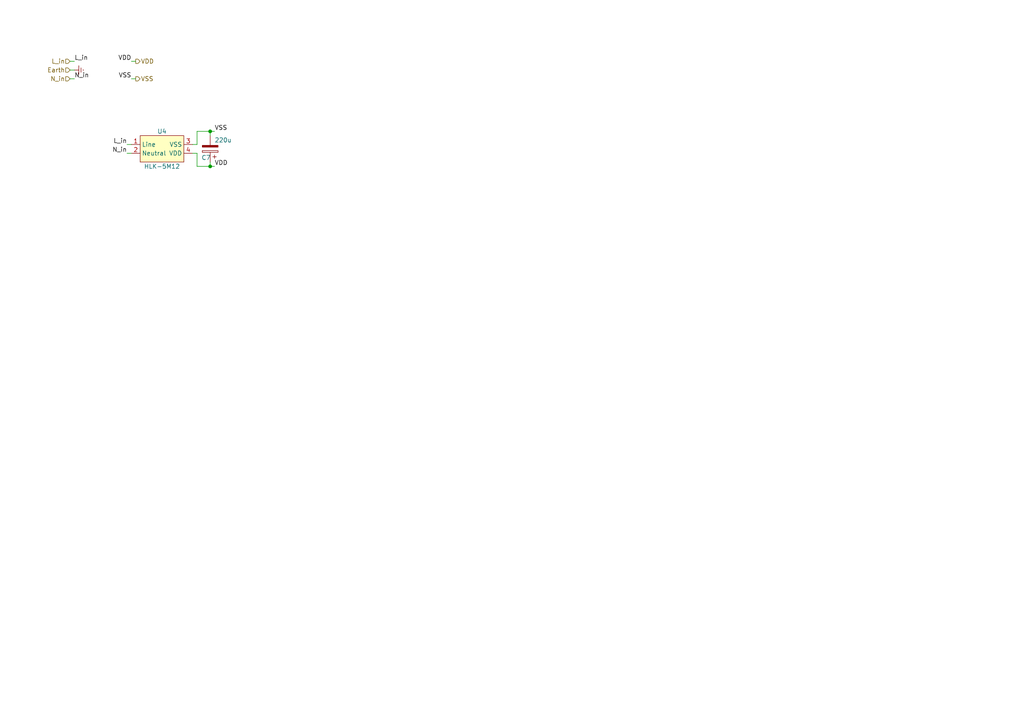
<source format=kicad_sch>
(kicad_sch (version 20211123) (generator eeschema)
  (paper "A4")
  (lib_symbols
    (symbol "Device:C_Polarized" (pin_numbers hide) (pin_names (offset 0.254))
      (property "Reference" "C" (at 0.635 2.54 0))
      (property "Value" "C_Polarized" (at 0.635 -2.54 0))
      (symbol "C_Polarized_0_1"
        (rectangle (start -2.286 0.508) (end 2.286 1.016))
        (polyline (pts (xy -1.778 2.286) (xy -0.762 2.286)))
        (polyline (pts (xy -1.27 2.794) (xy -1.27 1.778)))
        (rectangle (start 2.286 -0.508) (end -2.286 -1.016) (fill (type outline)))
      )
      (symbol "C_Polarized_1_1"
        (pin passive line (at 0 3.81 270) (length 2.794) (name "~") (number "1"))
        (pin passive line (at 0 -3.81 90) (length 2.794) (name "~") (number "2"))
      )
    )
    (symbol "SquantorHi-link:power_module"
      (property "Reference" "U" (at 0 6.35 0))
      (property "Value" "power_module" (at 0 -5.08 0))
      (symbol "power_module_0_1"
        (rectangle (start -6.35 3.81) (end 6.35 -3.81) (fill (type background)))
      )
      (symbol "power_module_1_1"
        (pin power_in line (at -8.89 1.27 0) (length 2.54) (name "Line") (number "1"))
        (pin power_in line (at -8.89 -1.27 0) (length 2.54) (name "Neutral") (number "2"))
        (pin power_out line (at 8.89 1.27 180) (length 2.54) (name "VSS") (number "3"))
        (pin power_out line (at 8.89 -1.27 180) (length 2.54) (name "VDD") (number "4"))
      )
    )
    (symbol "power:Earth" (power) (pin_names (offset 0))
      (symbol "Earth_0_1"
        (polyline (pts (xy -0.635 -1.905) (xy 0.635 -1.905)))
        (polyline (pts (xy -0.127 -2.54) (xy 0.127 -2.54)))
        (polyline (pts (xy 0 -1.27) (xy 0 0)))
        (polyline (pts (xy 1.27 -1.27) (xy -1.27 -1.27)))
      )
      (symbol "Earth_1_1"
        (pin power_in line (at 0 0 270) (length 0) hide (name "Earth") (number "1"))
      )
    )
  )
  (junction (at 60.96 48.26))
  (junction (at 60.96 38.1))
  (wire (pts (xy 60.96 38.1) (xy 60.96 39.37)))
  (wire (pts (xy 38.1 22.86) (xy 39.37 22.86)))
  (wire (pts (xy 57.15 38.1) (xy 60.96 38.1)))
  (wire (pts (xy 36.83 41.91) (xy 38.1 41.91)))
  (wire (pts (xy 57.15 44.45) (xy 57.15 48.26)))
  (wire (pts (xy 21.59 20.32) (xy 20.32 20.32)))
  (wire (pts (xy 36.83 44.45) (xy 38.1 44.45)))
  (wire (pts (xy 21.59 22.86) (xy 20.32 22.86)))
  (wire (pts (xy 60.96 46.99) (xy 60.96 48.26)))
  (wire (pts (xy 39.37 17.78) (xy 38.1 17.78)))
  (wire (pts (xy 21.59 17.78) (xy 20.32 17.78)))
  (wire (pts (xy 60.96 48.26) (xy 62.23 48.26)))
  (wire (pts (xy 57.15 41.91) (xy 57.15 38.1)))
  (wire (pts (xy 55.88 41.91) (xy 57.15 41.91)))
  (wire (pts (xy 55.88 44.45) (xy 57.15 44.45)))
  (wire (pts (xy 57.15 48.26) (xy 60.96 48.26)))
  (wire (pts (xy 60.96 38.1) (xy 62.23 38.1)))
  (label "VSS" (at 38.1 22.86 180))
  (label "L_in" (at 36.83 41.91 180))
  (label "VSS" (at 62.23 38.1 0))
  (label "N_in" (at 21.59 22.86 0))
  (label "L_in" (at 21.59 17.78 0))
  (label "VDD" (at 38.1 17.78 180))
  (label "N_in" (at 36.83 44.45 180))
  (label "VDD" (at 62.23 48.26 0))
  (hierarchical_label "VSS" (shape output) (at 39.37 22.86 0))
  (hierarchical_label "Earth" (shape input) (at 20.32 20.32 180))
  (hierarchical_label "L_in" (shape input) (at 20.32 17.78 180))
  (hierarchical_label "N_in" (shape input) (at 20.32 22.86 180))
  (hierarchical_label "VDD" (shape output) (at 39.37 17.78 0))
  (symbol (lib_id "power:Earth") (at 21.59 20.32 90) (unit 1)
    (property "Reference" "#PWR0116" (effects hide))
    (property "Value" "Earth" (effects hide))
  )
  (symbol (lib_id "SquantorHi-link:power_module") (at 46.99 43.18 0) (unit 1)
    (property "Reference" "U4" (at 46.99 38.1 0))
    (property "Value" "HLK-5M12" (at 46.99 48.26 0))
    (property "Footprint" "SquantorHi-link:5MXX_series" (effects hide))
  )
  (symbol (lib_id "Device:C_Polarized") (at 60.96 43.18 180) (unit 1)
    (property "Reference" "C7" (at 58.42 45.72 0) (effects (justify right)))
    (property "Value" "220u" (at 62.23 40.64 0) (effects (justify right)))
    (property "Footprint" "Capacitor_THT:CP_Radial_D10.0mm_P5.00mm" (effects hide))
  )
)
</source>
